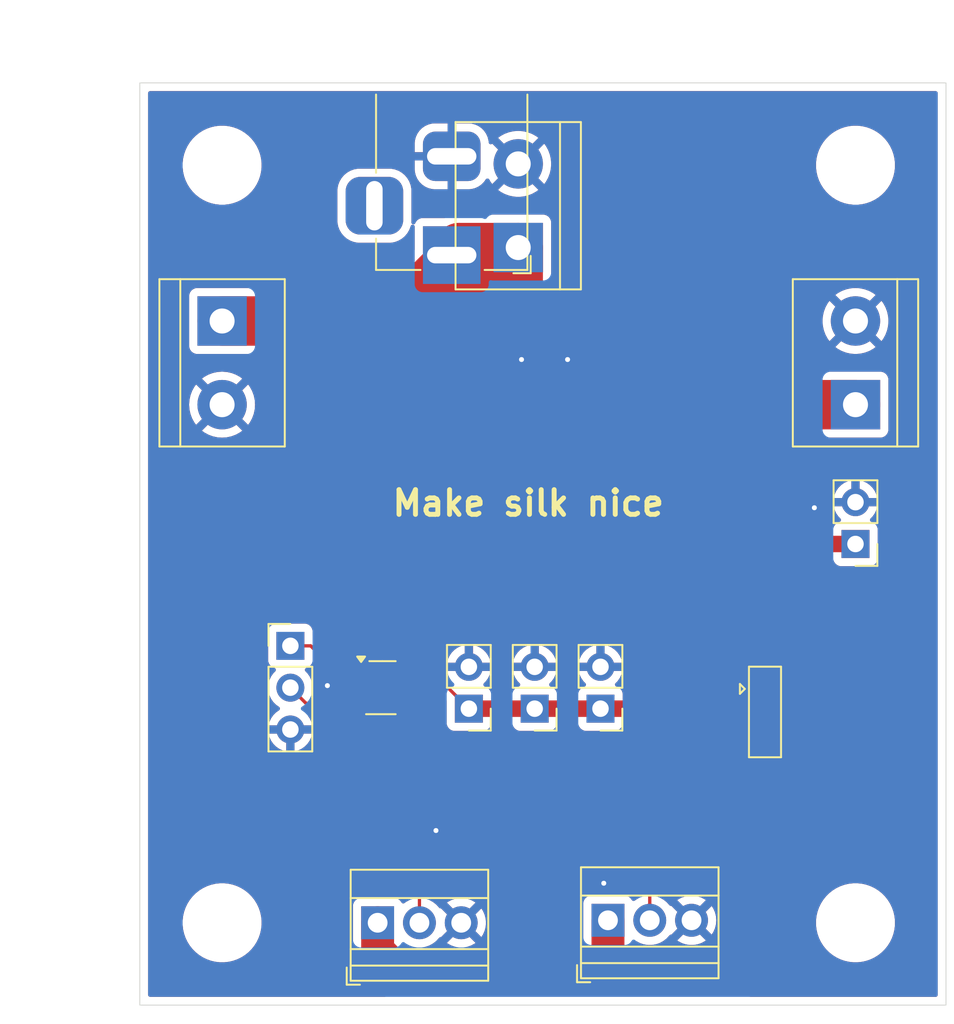
<source format=kicad_pcb>
(kicad_pcb (version 20240108) (generator "pcbnew") (generator_version "8.0")
  (layers (0 "F.Cu" signal) (31 "B.Cu" signal) (34 "B.Paste" user) (35 "F.Paste" user) (36 "B.SilkS" user "B.Silkscreen") (37 "F.SilkS" user "F.Silkscreen") (38 "B.Mask" user) (39 "F.Mask" user) (44 "Edge.Cuts" user))
  (net 0 "")
  (net 1 "GND")
  (net 2 "VCC")
  (net 3 "/LED_Output_ch1")
  (net 4 "/LED_Output_ch2")
  (net 5 "/LED_Input_ch1")
  (net 6 "/LED_Input_ch2")
  (net 7 "+5V")
  (net 8 "Net-(J4-Pin_1)")
  (footprint "MountingHole:MountingHole_4.3mm_M4" (layer "F.Cu") (at 56 59)
    (property "Reference" "H4" (hide yes))
    (property "Value" "MountingHole")
    (pad "" np_thru_hole circle (at 0 0) (size 4.3 4.3) (drill 4.3) (layers "*.Cu" "*.Mask"))
  )
  (footprint "TerminalBlock:TerminalBlock_bornier-2_P5.08mm" (layer "F.Cu") (at 56 68.46 -90)
    (property "Reference" "J5" (hide yes))
    (property "Value" "Power_Input_Screw")
    (fp_line (start -2.54 3.81) (end 7.62 3.81) (stroke (width 0.12)) (layer "F.SilkS"))
    (fp_line (start 7.62 3.81) (end 7.62 -3.81) (stroke (width 0.12)) (layer "F.SilkS"))
    (fp_line (start 7.62 2.54) (end -2.54 2.54) (stroke (width 0.12)) (layer "F.SilkS"))
    (fp_line (start -2.54 -3.81) (end -2.54 3.81) (stroke (width 0.12)) (layer "F.SilkS"))
    (fp_line (start 7.62 -3.81) (end -2.54 -3.81) (stroke (width 0.12)) (layer "F.SilkS"))
    (pad "1" thru_hole rect (at 0 0 270) (size 3 3) (drill 1.52) (layers "*.Cu" "*.Mask") (net 2 "VCC"))
    (pad "2" thru_hole circle (at 5.08 0 270) (size 3 3) (drill 1.52) (layers "*.Cu" "*.Mask") (net 1 "GND"))
  )
  (footprint "Connector_BarrelJack:BarrelJack_Horizontal" (layer "F.Cu") (at 69.9575 64.46 -90)
    (property "Reference" "J2" (hide yes))
    (property "Value" "Power_Input_Barrel_Jack")
    (fp_line (start -5 4.6) (end -9.75 4.6) (stroke (width 0.12)) (layer "F.SilkS"))
    (fp_line (start 0.9 4.6) (end -1 4.6) (stroke (width 0.12)) (layer "F.SilkS"))
    (fp_line (start 0.9 1.9) (end 0.9 4.6) (stroke (width 0.12)) (layer "F.SilkS"))
    (fp_line (start 1.1 -3.75) (end 1.1 -4.8) (stroke (width 0.12)) (layer "F.SilkS"))
    (fp_line (start -9.75 -4.6) (end 0.9 -4.6) (stroke (width 0.12)) (layer "F.SilkS"))
    (fp_line (start 0.9 -4.6) (end 0.9 -2) (stroke (width 0.12)) (layer "F.SilkS"))
    (fp_line (start 0.05 -4.8) (end 1.1 -4.8) (stroke (width 0.12)) (layer "F.SilkS"))
    (pad "1" thru_hole rect (at 0 0 270) (size 3.5 3.5) (drill oval 1 3) (layers "*.Cu" "*.Mask") (net 2 "VCC"))
    (pad "2" thru_hole roundrect (at -6 0 270) (size 3 3.5) (drill oval 1 3) (layers "*.Cu" "*.Mask") (net 1 "GND"))
    (pad "3" thru_hole roundrect (at -3 4.7 270) (size 3.5 3.5) (drill oval 3 1) (layers "*.Cu" "*.Mask"))
  )
  (footprint "Connector_PinHeader_2.54mm:PinHeader_1x02_P2.54mm_Vertical" (layer "F.Cu") (at 79 92 180)
    (property "Reference" "J9" (hide yes))
    (property "Value" "5V_Breakout")
    (fp_line (start 1.33 1.27) (end 1.33 3.87) (stroke (width 0.12)) (layer "F.SilkS"))
    (fp_line (start -1.33 3.87) (end 1.33 3.87) (stroke (width 0.12)) (layer "F.SilkS"))
    (fp_line (start -1.33 1.27) (end 1.33 1.27) (stroke (width 0.12)) (layer "F.SilkS"))
    (fp_line (start -1.33 1.27) (end -1.33 3.87) (stroke (width 0.12)) (layer "F.SilkS"))
    (fp_line (start -1.33 0) (end -1.33 -1.33) (stroke (width 0.12)) (layer "F.SilkS"))
    (fp_line (start -1.33 -1.33) (end 0 -1.33) (stroke (width 0.12)) (layer "F.SilkS"))
    (pad "1" thru_hole rect (at 0 0 180) (size 1.7 1.7) (drill 1) (layers "*.Cu" "*.Mask") (net 7 "+5V"))
    (pad "2" thru_hole oval (at 0 2.54 180) (size 1.7 1.7) (drill 1) (layers "*.Cu" "*.Mask") (net 1 "GND"))
  )
  (footprint "MountingHole:MountingHole_4.3mm_M4" (layer "F.Cu") (at 56 105)
    (property "Reference" "H2" (hide yes))
    (property "Value" "MountingHole")
    (pad "" np_thru_hole circle (at 0 0) (size 4.3 4.3) (drill 4.3) (layers "*.Cu" "*.Mask"))
  )
  (footprint "TerminalBlock:TerminalBlock_bornier-2_P5.08mm" (layer "F.Cu") (at 94.5 73.54 90)
    (property "Reference" "J11" (hide yes))
    (property "Value" "Power_Input_Screw")
    (fp_line (start 7.62 -3.81) (end -2.54 -3.81) (stroke (width 0.12)) (layer "F.SilkS"))
    (fp_line (start -2.54 -3.81) (end -2.54 3.81) (stroke (width 0.12)) (layer "F.SilkS"))
    (fp_line (start 7.62 2.54) (end -2.54 2.54) (stroke (width 0.12)) (layer "F.SilkS"))
    (fp_line (start 7.62 3.81) (end 7.62 -3.81) (stroke (width 0.12)) (layer "F.SilkS"))
    (fp_line (start -2.54 3.81) (end 7.62 3.81) (stroke (width 0.12)) (layer "F.SilkS"))
    (pad "1" thru_hole rect (at 0 0 90) (size 3 3) (drill 1.52) (layers "*.Cu" "*.Mask") (net 2 "VCC"))
    (pad "2" thru_hole circle (at 5.08 0 90) (size 3 3) (drill 1.52) (layers "*.Cu" "*.Mask") (net 1 "GND"))
  )
  (footprint "Connector_PinHeader_2.54mm:PinHeader_1x03_P2.54mm_Vertical" (layer "F.Cu") (at 60.15 88.185)
    (property "Reference" "J7" (hide yes))
    (property "Value" "Data_Input")
    (fp_line (start -1.33 -1.33) (end 0 -1.33) (stroke (width 0.12)) (layer "F.SilkS"))
    (fp_line (start -1.33 0) (end -1.33 -1.33) (stroke (width 0.12)) (layer "F.SilkS"))
    (fp_line (start -1.33 1.27) (end -1.33 6.41) (stroke (width 0.12)) (layer "F.SilkS"))
    (fp_line (start -1.33 1.27) (end 1.33 1.27) (stroke (width 0.12)) (layer "F.SilkS"))
    (fp_line (start -1.33 6.41) (end 1.33 6.41) (stroke (width 0.12)) (layer "F.SilkS"))
    (fp_line (start 1.33 1.27) (end 1.33 6.41) (stroke (width 0.12)) (layer "F.SilkS"))
    (pad "1" thru_hole rect (at 0 0) (size 1.7 1.7) (drill 1) (layers "*.Cu" "*.Mask") (net 5 "/LED_Input_ch1"))
    (pad "2" thru_hole oval (at 0 2.54) (size 1.7 1.7) (drill 1) (layers "*.Cu" "*.Mask") (net 6 "/LED_Input_ch2"))
    (pad "3" thru_hole oval (at 0 5.08) (size 1.7 1.7) (drill 1) (layers "*.Cu" "*.Mask") (net 1 "GND"))
  )
  (footprint "Connector_PinHeader_2.54mm:PinHeader_1x02_P2.54mm_Vertical" (layer "F.Cu") (at 75 92 180)
    (property "Reference" "J10" (hide yes))
    (property "Value" "5V_Breakout")
    (fp_line (start 1.33 1.27) (end 1.33 3.87) (stroke (width 0.12)) (layer "F.SilkS"))
    (fp_line (start -1.33 3.87) (end 1.33 3.87) (stroke (width 0.12)) (layer "F.SilkS"))
    (fp_line (start -1.33 1.27) (end 1.33 1.27) (stroke (width 0.12)) (layer "F.SilkS"))
    (fp_line (start -1.33 1.27) (end -1.33 3.87) (stroke (width 0.12)) (layer "F.SilkS"))
    (fp_line (start -1.33 0) (end -1.33 -1.33) (stroke (width 0.12)) (layer "F.SilkS"))
    (fp_line (start -1.33 -1.33) (end 0 -1.33) (stroke (width 0.12)) (layer "F.SilkS"))
    (pad "1" thru_hole rect (at 0 0 180) (size 1.7 1.7) (drill 1) (layers "*.Cu" "*.Mask") (net 7 "+5V"))
    (pad "2" thru_hole oval (at 0 2.54 180) (size 1.7 1.7) (drill 1) (layers "*.Cu" "*.Mask") (net 1 "GND"))
  )
  (footprint "Package_TO_SOT_SMD:SOT-23-6_Handsoldering" (layer "F.Cu") (at 65.65 90.725)
    (property "Reference" "U3" (hide yes))
    (property "Value" "74LVC2G34GW")
    (fp_line (start -0.9 1.61) (end 0.9 1.61) (stroke (width 0.12)) (layer "F.SilkS"))
    (fp_line (start 0.1 -1.61) (end -0.7 -1.61) (stroke (width 0.12)) (layer "F.SilkS"))
    (fp_line (start 0.1 -1.61) (end 0.9 -1.61) (stroke (width 0.12)) (layer "F.SilkS"))
    (fp_poly (pts (xy -1.2 -1.56) (xy -1.44 -1.89) (xy -0.96 -1.89) (xy -1.2 -1.56)) (stroke (width 0.12)) (fill solid) (layer "F.SilkS"))
    (pad "1" smd roundrect (at -1.35 -0.95) (size 1.56 0.65) (layers "F.Cu" "F.Paste" "F.Mask") (net 5 "/LED_Input_ch1"))
    (pad "2" smd roundrect (at -1.35 0) (size 1.56 0.65) (layers "F.Cu" "F.Paste" "F.Mask") (net 1 "GND"))
    (pad "3" smd roundrect (at -1.35 0.95) (size 1.56 0.65) (layers "F.Cu" "F.Paste" "F.Mask") (net 6 "/LED_Input_ch2"))
    (pad "4" smd roundrect (at 1.35 0.95) (size 1.56 0.65) (layers "F.Cu" "F.Paste" "F.Mask") (net 4 "/LED_Output_ch2"))
    (pad "5" smd roundrect (at 1.35 0) (size 1.56 0.65) (layers "F.Cu" "F.Paste" "F.Mask") (net 7 "+5V"))
    (pad "6" smd roundrect (at 1.35 -0.95) (size 1.56 0.65) (layers "F.Cu" "F.Paste" "F.Mask") (net 3 "/LED_Output_ch1"))
  )
  (footprint "Connector_PinHeader_2.54mm:PinHeader_1x02_P2.54mm_Vertical" (layer "F.Cu") (at 94.5 82 180)
    (property "Reference" "J3" (hide yes))
    (property "Value" "Vcc_Breakout")
    (fp_line (start 1.33 1.27) (end 1.33 3.87) (stroke (width 0.12)) (layer "F.SilkS"))
    (fp_line (start -1.33 3.87) (end 1.33 3.87) (stroke (width 0.12)) (layer "F.SilkS"))
    (fp_line (start -1.33 1.27) (end 1.33 1.27) (stroke (width 0.12)) (layer "F.SilkS"))
    (fp_line (start -1.33 1.27) (end -1.33 3.87) (stroke (width 0.12)) (layer "F.SilkS"))
    (fp_line (start -1.33 0) (end -1.33 -1.33) (stroke (width 0.12)) (layer "F.SilkS"))
    (fp_line (start -1.33 -1.33) (end 0 -1.33) (stroke (width 0.12)) (layer "F.SilkS"))
    (pad "1" thru_hole rect (at 0 0 180) (size 1.7 1.7) (drill 1) (layers "*.Cu" "*.Mask") (net 2 "VCC"))
    (pad "2" thru_hole oval (at 0 2.54 180) (size 1.7 1.7) (drill 1) (layers "*.Cu" "*.Mask") (net 1 "GND"))
  )
  (footprint "TerminalBlock:TerminalBlock_Xinya_XY308-2.54-3P_1x03_P2.54mm_Horizontal" (layer "F.Cu") (at 65.455 105)
    (property "Reference" "J4" (hide yes))
    (property "Value" "LED_Strip_Connector")
    (fp_line (start -1.88 2.72) (end -1.88 3.76) (stroke (width 0.12)) (layer "F.SilkS"))
    (fp_line (start -1.88 3.76) (end -1.08 3.76) (stroke (width 0.12)) (layer "F.SilkS"))
    (fp_line (start -1.64 -3.22) (end -1.64 3.52) (stroke (width 0.12)) (layer "F.SilkS"))
    (fp_line (start -1.64 -3.22) (end 6.721 -3.22) (stroke (width 0.12)) (layer "F.SilkS"))
    (fp_line (start -1.64 -1.501) (end 6.721 -1.501) (stroke (width 0.12)) (layer "F.SilkS"))
    (fp_line (start -1.64 1.6) (end 6.721 1.6) (stroke (width 0.12)) (layer "F.SilkS"))
    (fp_line (start -1.64 2.6) (end 6.721 2.6) (stroke (width 0.12)) (layer "F.SilkS"))
    (fp_line (start -1.64 3.52) (end 6.721 3.52) (stroke (width 0.12)) (layer "F.SilkS"))
    (fp_line (start 6.721 -3.22) (end 6.721 3.52) (stroke (width 0.12)) (layer "F.SilkS"))
    (pad "1" thru_hole rect (at 0 0) (size 2 2) (drill 1.2) (layers "*.Cu" "*.Mask") (net 8 "Net-(J4-Pin_1)"))
    (pad "2" thru_hole circle (at 2.54 0) (size 2 2) (drill 1.2) (layers "*.Cu" "*.Mask") (net 3 "/LED_Output_ch1"))
    (pad "3" thru_hole circle (at 5.08 0) (size 2 2) (drill 1.2) (layers "*.Cu" "*.Mask") (net 1 "GND"))
  )
  (footprint "MountingHole:MountingHole_4.3mm_M4" (layer "F.Cu") (at 94.5 105)
    (property "Reference" "H5" (hide yes))
    (property "Value" "MountingHole")
    (pad "" np_thru_hole circle (at 0 0) (size 4.3 4.3) (drill 4.3) (layers "*.Cu" "*.Mask"))
  )
  (footprint "TerminalBlock:TerminalBlock_bornier-2_P5.08mm" (layer "F.Cu") (at 74 64 90)
    (property "Reference" "J1" (hide yes))
    (property "Value" "Power_Input_Screw")
    (fp_line (start 7.62 -3.81) (end -2.54 -3.81) (stroke (width 0.12)) (layer "F.SilkS"))
    (fp_line (start -2.54 -3.81) (end -2.54 3.81) (stroke (width 0.12)) (layer "F.SilkS"))
    (fp_line (start 7.62 2.54) (end -2.54 2.54) (stroke (width 0.12)) (layer "F.SilkS"))
    (fp_line (start 7.62 3.81) (end 7.62 -3.81) (stroke (width 0.12)) (layer "F.SilkS"))
    (fp_line (start -2.54 3.81) (end 7.62 3.81) (stroke (width 0.12)) (layer "F.SilkS"))
    (pad "1" thru_hole rect (at 0 0 90) (size 3 3) (drill 1.52) (layers "*.Cu" "*.Mask") (net 2 "VCC"))
    (pad "2" thru_hole circle (at 5.08 0 90) (size 3 3) (drill 1.52) (layers "*.Cu" "*.Mask") (net 1 "GND"))
  )
  (footprint "MountingHole:MountingHole_4.3mm_M4" (layer "F.Cu") (at 94.5 59)
    (property "Reference" "H1" (hide yes))
    (property "Value" "MountingHole")
    (pad "" np_thru_hole circle (at 0 0) (size 4.3 4.3) (drill 4.3) (layers "*.Cu" "*.Mask"))
  )
  (footprint "Connector_PinHeader_2.54mm:PinHeader_1x02_P2.54mm_Vertical" (layer "F.Cu") (at 71 92 180)
    (property "Reference" "J8" (hide yes))
    (property "Value" "5V_Breakout")
    (fp_line (start 1.33 1.27) (end 1.33 3.87) (stroke (width 0.12)) (layer "F.SilkS"))
    (fp_line (start -1.33 3.87) (end 1.33 3.87) (stroke (width 0.12)) (layer "F.SilkS"))
    (fp_line (start -1.33 1.27) (end 1.33 1.27) (stroke (width 0.12)) (layer "F.SilkS"))
    (fp_line (start -1.33 1.27) (end -1.33 3.87) (stroke (width 0.12)) (layer "F.SilkS"))
    (fp_line (start -1.33 0) (end -1.33 -1.33) (stroke (width 0.12)) (layer "F.SilkS"))
    (fp_line (start -1.33 -1.33) (end 0 -1.33) (stroke (width 0.12)) (layer "F.SilkS"))
    (pad "1" thru_hole rect (at 0 0 180) (size 1.7 1.7) (drill 1) (layers "*.Cu" "*.Mask") (net 7 "+5V"))
    (pad "2" thru_hole oval (at 0 2.54 180) (size 1.7 1.7) (drill 1) (layers "*.Cu" "*.Mask") (net 1 "GND"))
  )
  (footprint "TerminalBlock:TerminalBlock_Xinya_XY308-2.54-3P_1x03_P2.54mm_Horizontal" (layer "F.Cu") (at 79.455 104.85)
    (property "Reference" "J6" (hide yes))
    (property "Value" "LED_Strip_Connector")
    (fp_line (start -1.88 2.72) (end -1.88 3.76) (stroke (width 0.12)) (layer "F.SilkS"))
    (fp_line (start -1.88 3.76) (end -1.08 3.76) (stroke (width 0.12)) (layer "F.SilkS"))
    (fp_line (start -1.64 -3.22) (end -1.64 3.52) (stroke (width 0.12)) (layer "F.SilkS"))
    (fp_line (start -1.64 -3.22) (end 6.721 -3.22) (stroke (width 0.12)) (layer "F.SilkS"))
    (fp_line (start -1.64 -1.501) (end 6.721 -1.501) (stroke (width 0.12)) (layer "F.SilkS"))
    (fp_line (start -1.64 1.6) (end 6.721 1.6) (stroke (width 0.12)) (layer "F.SilkS"))
    (fp_line (start -1.64 2.6) (end 6.721 2.6) (stroke (width 0.12)) (layer "F.SilkS"))
    (fp_line (start -1.64 3.52) (end 6.721 3.52) (stroke (width 0.12)) (layer "F.SilkS"))
    (fp_line (start 6.721 -3.22) (end 6.721 3.52) (stroke (width 0.12)) (layer "F.SilkS"))
    (pad "1" thru_hole rect (at 0 0) (size 2 2) (drill 1.2) (layers "*.Cu" "*.Mask") (net 8 "Net-(J4-Pin_1)"))
    (pad "2" thru_hole circle (at 2.54 0) (size 2 2) (drill 1.2) (layers "*.Cu" "*.Mask") (net 4 "/LED_Output_ch2"))
    (pad "3" thru_hole circle (at 5.08 0) (size 2 2) (drill 1.2) (layers "*.Cu" "*.Mask") (net 1 "GND"))
  )
  (footprint "Jumper:SolderJumper-3_P2.0mm_Open_TrianglePad1.0x1.5mm" (layer "F.Cu") (at 88.975 92.2 -90)
    (property "Reference" "JP1" (hide yes))
    (property "Value" "Power_Selection")
    (fp_line (start -1.7 1.5) (end -1.1 1.5) (stroke (width 0.12)) (layer "F.SilkS"))
    (fp_line (start -1.1 1.5) (end -1.4 1.2) (stroke (width 0.12)) (layer "F.SilkS"))
    (fp_line (start -1.4 1.2) (end -1.7 1.5) (stroke (width 0.12)) (layer "F.SilkS"))
    (fp_line (start -2.75 0.95) (end -2.75 -1) (stroke (width 0.12)) (layer "F.SilkS"))
    (fp_line (start 2.75 0.95) (end -2.75 0.95) (stroke (width 0.12)) (layer "F.SilkS"))
    (fp_line (start -2.75 -1) (end 2.75 -1) (stroke (width 0.12)) (layer "F.SilkS"))
    (fp_line (start 2.75 -1) (end 2.75 0.95) (stroke (width 0.12)) (layer "F.SilkS"))
    (pad "1" smd custom (at -2 0 270) (size 0.3 0.3) (layers "F.Cu" "F.Mask") (net 2 "VCC") (options (clearance outline) (anchor rect)) (primitives (gr_poly (pts (xy 1 0) (xy 0.5 0.75) (xy -0.5 0.75) (xy -0.5 -0.75) (xy 0.5 -0.75)) (width 0) (fill yes))))
    (pad "2" smd custom (at 0 0 270) (size 0.3 0.3) (layers "F.Cu") (net 8 "Net-(J4-Pin_1)") (options (clearance outline) (anchor rect)) (primitives (gr_poly (pts (xy 0.7 0) (xy 1.2 0.75) (xy -1.2 0.75) (xy -0.7 0) (xy -1.2 -0.75) (xy 1.2 -0.75)) (width 0) (fill yes))))
    (pad "3" smd custom (at 2 0 90) (size 0.3 0.3) (layers "F.Cu" "F.Mask") (net 7 "+5V") (options (clearance outline) (anchor rect)) (primitives (gr_poly (pts (xy 1 0) (xy 0.5 0.75) (xy -0.5 0.75) (xy -0.5 -0.75) (xy 0.5 -0.75)) (width 0) (fill yes))))
  )
  (gr_rect (start 51 54) (end 100 110) (stroke (width 0.05)) (fill none) (layer "Edge.Cuts"))
  (gr_text "Make silk nice" (at 66.2 80.4 0) (layer "F.SilkS") (effects (font (size 1.5 1.5) (thickness 0.3) (bold yes)) (justify left bottom)))
  (via (at 79.2 102.6) (size 0.6) (drill 0.3) (layers "F.Cu" "B.Cu") (net 1))
  (via (at 69 99.4) (size 0.6) (drill 0.3) (layers "F.Cu" "B.Cu") (net 1))
  (via (at 92 79.8) (size 0.6) (drill 0.3) (layers "F.Cu" "B.Cu") (net 1))
  (via (at 74.2 70.8) (size 0.6) (drill 0.3) (layers "F.Cu" "B.Cu") (net 1))
  (via (at 62.4 90.6) (size 0.6) (drill 0.3) (layers "F.Cu" "B.Cu") (net 1))
  (via (at 77 70.8) (size 0.6) (drill 0.3) (layers "F.Cu" "B.Cu") (net 1))
  (segment (start 68.5 70.7) (end 66.26 68.46) (width 3) (layer "F.Cu") (net 2))
  (segment (start 70.4175 64) (end 69.9575 64.46) (width 3) (layer "F.Cu") (net 2))
  (segment (start 89 74.34) (end 89 76.6) (width 3) (layer "F.Cu") (net 2))
  (segment (start 91 82) (end 89.2 82) (width 1) (layer "F.Cu") (net 2))
  (segment (start 67.56 69.76) (end 67.56 67.16) (width 3) (layer "F.Cu") (net 2))
  (segment (start 89 75.94) (end 91.4 73.54) (width 3) (layer "F.Cu") (net 2))
  (segment (start 89.2 82) (end 89 81.8) (width 1) (layer "F.Cu") (net 2))
  (segment (start 94.5 82) (end 91 82) (width 1) (layer "F.Cu") (net 2))
  (segment (start 86.6 73.54) (end 71.34 73.54) (width 3) (layer "F.Cu") (net 2))
  (segment (start 88.2 73.54) (end 86.6 73.54) (width 3) (layer "F.Cu") (net 2))
  (segment (start 89 83.6) (end 89 89.65) (width 2) (layer "F.Cu") (net 2))
  (segment (start 91.4 73.54) (end 88.2 73.54) (width 3) (layer "F.Cu") (net 2))
  (segment (start 89 80.4) (end 89 81.8) (width 3) (layer "F.Cu") (net 2))
  (segment (start 89 75.94) (end 86.6 73.54) (width 3) (layer "F.Cu") (net 2))
  (segment (start 89 81.8) (end 89 83.6) (width 3) (layer "F.Cu") (net 2))
  (segment (start 71.34 73.54) (end 68.5 70.7) (width 3) (layer "F.Cu") (net 2))
  (segment (start 89 76.6) (end 89 75.94) (width 3) (layer "F.Cu") (net 2))
  (segment (start 68.12 66.6) (end 73.6 66.6) (width 3) (layer "F.Cu") (net 2))
  (segment (start 69.9575 64.46) (end 69.9575 64.7625) (width 3) (layer "F.Cu") (net 2))
  (segment (start 94.5 73.54) (end 91.4 73.54) (width 3) (layer "F.Cu") (net 2))
  (segment (start 69.9575 64.7625) (end 67.56 67.16) (width 3) (layer "F.Cu") (net 2))
  (segment (start 66.26 68.46) (end 56 68.46) (width 3) (layer "F.Cu") (net 2))
  (segment (start 74 64) (end 70.4175 64) (width 3) (layer "F.Cu") (net 2))
  (segment (start 68.5 70.7) (end 67.56 69.76) (width 3) (layer "F.Cu") (net 2))
  (segment (start 90.6 82) (end 89 83.6) (width 1) (layer "F.Cu") (net 2))
  (segment (start 73.6 66.6) (end 74 66.2) (width 3) (layer "F.Cu") (net 2))
  (segment (start 74 66.2) (end 74 64) (width 3) (layer "F.Cu") (net 2))
  (segment (start 88.2 73.54) (end 89 74.34) (width 3) (layer "F.Cu") (net 2))
  (segment (start 89 76.6) (end 89 80.4) (width 3) (layer "F.Cu") (net 2))
  (segment (start 67.56 67.16) (end 68.12 66.6) (width 3) (layer "F.Cu") (net 2))
  (segment (start 91 82) (end 90.6 82) (width 1) (layer "F.Cu") (net 2))
  (segment (start 67.56 67.16) (end 66.26 68.46) (width 3) (layer "F.Cu") (net 2))
  (segment (start 90.6 82) (end 89 80.4) (width 1) (layer "F.Cu") (net 2))
  (segment (start 65.6 97.6) (end 67.995 99.995) (width 0.2) (layer "F.Cu") (net 3))
  (segment (start 65.6 90.2) (end 65.6 97.6) (width 0.2) (layer "F.Cu") (net 3))
  (segment (start 67 89.775) (end 66.025 89.775) (width 0.2) (layer "F.Cu") (net 3))
  (segment (start 66.025 89.775) (end 65.6 90.2) (width 0.2) (layer "F.Cu") (net 3))
  (segment (start 67.995 99.995) (end 67.995 105) (width 0.2) (layer "F.Cu") (net 3))
  (segment (start 78.2 99.4) (end 70.8 99.4) (width 0.2) (layer "F.Cu") (net 4))
  (segment (start 81.995 104.85) (end 81.995 103.195) (width 0.2) (layer "F.Cu") (net 4))
  (segment (start 81.995 103.195) (end 78.2 99.4) (width 0.2) (layer "F.Cu") (net 4))
  (segment (start 70.8 99.4) (end 67 95.6) (width 0.2) (layer "F.Cu") (net 4))
  (segment (start 67 95.6) (end 67 91.675) (width 0.2) (layer "F.Cu") (net 4))
  (segment (start 60.15 88.185) (end 61.385 88.185) (width 0.2) (layer "F.Cu") (net 5))
  (segment (start 61.385 88.185) (end 62.975 89.775) (width 0.2) (layer "F.Cu") (net 5))
  (segment (start 62.975 89.775) (end 64.3 89.775) (width 0.2) (layer "F.Cu") (net 5))
  (segment (start 61.1 91.675) (end 60.15 90.725) (width 0.2) (layer "F.Cu") (net 6))
  (segment (start 64.3 91.675) (end 61.1 91.675) (width 0.2) (layer "F.Cu") (net 6))
  (segment (start 67 90.725) (end 69.725 90.725) (width 0.2) (layer "F.Cu") (net 7))
  (segment (start 83.725 94.675) (end 88.5 94.675) (width 1) (layer "F.Cu") (net 7))
  (segment (start 88.5 94.675) (end 88.975 94.2) (width 1) (layer "F.Cu") (net 7))
  (segment (start 81.05 92) (end 83.725 94.675) (width 1) (layer "F.Cu") (net 7))
  (segment (start 79 92) (end 81.05 92) (width 1) (layer "F.Cu") (net 7))
  (segment (start 71 92) (end 79 92) (width 1) (layer "F.Cu") (net 7))
  (segment (start 69.725 90.725) (end 71 92) (width 0.2) (layer "F.Cu") (net 7))
  (segment (start 90.85 92.2) (end 89.929129 92.2) (width 2) (layer "F.Cu") (net 8))
  (segment (start 87 108.2) (end 89 106.2) (width 2) (layer "F.Cu") (net 8))
  (segment (start 89 101.225) (end 92.075 98.15) (width 2) (layer "F.Cu") (net 8))
  (segment (start 80.8 108.2) (end 87 108.2) (width 2) (layer "F.Cu") (net 8))
  (segment (start 79.455 106.855) (end 78.11 108.2) (width 2) (layer "F.Cu") (net 8))
  (segment (start 66.4 107.6) (end 67 108.2) (width 2) (layer "F.Cu") (net 8))
  (segment (start 92.075 98.15) (end 92.075 93.425) (width 2) (layer "F.Cu") (net 8))
  (segment (start 79.455 104.85) (end 79.455 106.855) (width 2) (layer "F.Cu") (net 8))
  (segment (start 78.11 108.2) (end 77.8 108.2) (width 2) (layer "F.Cu") (net 8))
  (segment (start 77.8 108.2) (end 80.8 108.2) (width 2) (layer "F.Cu") (net 8))
  (segment (start 65.455 105) (end 65.455 106.655) (width 2) (layer "F.Cu") (net 8))
  (segment (start 79.455 106.855) (end 80.8 108.2) (width 2) (layer "F.Cu") (net 8))
  (segment (start 65.455 106.655) (end 66.4 107.6) (width 2) (layer "F.Cu") (net 8))
  (segment (start 92.075 93.425) (end 90.85 92.2) (width 2) (layer "F.Cu") (net 8))
  (segment (start 67 108.2) (end 77.8 108.2) (width 2) (layer "F.Cu") (net 8))
  (segment (start 89 106.2) (end 89 101.225) (width 2) (layer "F.Cu") (net 8))
  (zone (net 1) (net_name "GND") (layers "F&B.Cu") (connect_pads (clearance 0.5)) (min_thickness 0.25) (fill yes (thermal_gap 0.5) (thermal_bridge_width 0.5))
    (polygon (pts (xy 42.5 53.5) (xy 100.5 53.5) (xy 100.5 111) (xy 50 111) (xy 50 60) (xy 42.5 60)))
  )
)
</source>
